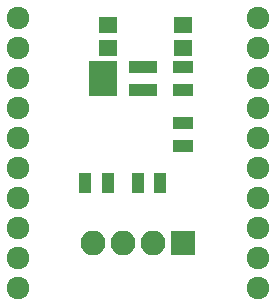
<source format=gbr>
G04 #@! TF.FileFunction,Soldermask,Top*
%FSLAX46Y46*%
G04 Gerber Fmt 4.6, Leading zero omitted, Abs format (unit mm)*
G04 Created by KiCad (PCBNEW 4.0.6) date Thu Jan  4 19:06:44 2018*
%MOMM*%
%LPD*%
G01*
G04 APERTURE LIST*
%ADD10C,0.100000*%
%ADD11C,1.924000*%
%ADD12R,1.650000X1.400000*%
%ADD13R,2.100000X2.100000*%
%ADD14O,2.100000X2.100000*%
%ADD15R,1.100000X1.700000*%
%ADD16R,1.700000X1.100000*%
%ADD17R,2.400000X1.050000*%
G04 APERTURE END LIST*
D10*
D11*
X138430000Y-80010000D03*
X138430000Y-82550000D03*
X138430000Y-85090000D03*
X138430000Y-87630000D03*
X138430000Y-90170000D03*
X138430000Y-92710000D03*
X138430000Y-95250000D03*
X138430000Y-97790000D03*
X138430000Y-100330000D03*
X138430000Y-102870000D03*
X158750000Y-80010000D03*
X158750000Y-82550000D03*
X158750000Y-85090000D03*
X158750000Y-87630000D03*
X158750000Y-90170000D03*
X158750000Y-92710000D03*
X158750000Y-95250000D03*
X158750000Y-97790000D03*
X158750000Y-100330000D03*
X158750000Y-102870000D03*
D12*
X146050000Y-82550000D03*
X146050000Y-80550000D03*
X152400000Y-82550000D03*
X152400000Y-80550000D03*
D13*
X152400000Y-99000000D03*
D14*
X149860000Y-99000000D03*
X147320000Y-99000000D03*
X144780000Y-99000000D03*
D15*
X150490000Y-93980000D03*
X148590000Y-93980000D03*
X146045000Y-93980000D03*
X144145000Y-93980000D03*
D16*
X152400000Y-84140000D03*
X152400000Y-86040000D03*
X152400000Y-88900000D03*
X152400000Y-90800000D03*
D17*
X145610000Y-84140000D03*
X145610000Y-85090000D03*
X145610000Y-86040000D03*
X149030000Y-86040000D03*
X149030000Y-84140000D03*
M02*

</source>
